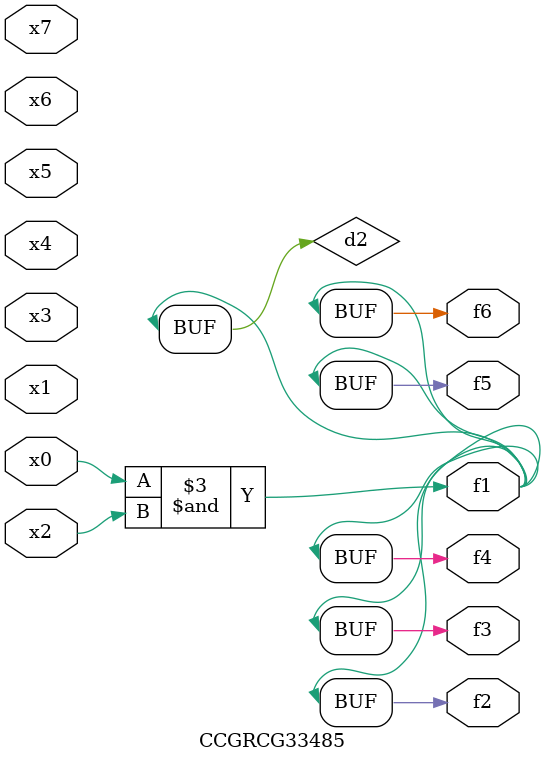
<source format=v>
module CCGRCG33485(
	input x0, x1, x2, x3, x4, x5, x6, x7,
	output f1, f2, f3, f4, f5, f6
);

	wire d1, d2;

	nor (d1, x3, x6);
	and (d2, x0, x2);
	assign f1 = d2;
	assign f2 = d2;
	assign f3 = d2;
	assign f4 = d2;
	assign f5 = d2;
	assign f6 = d2;
endmodule

</source>
